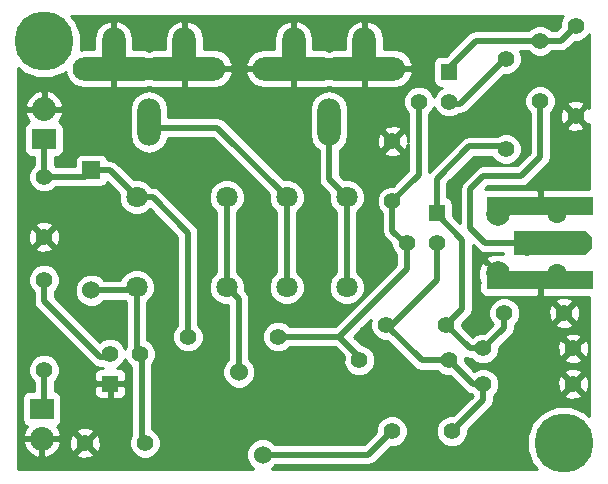
<source format=gbl>
G04 #@! TF.FileFunction,Copper,L2,Bot,Signal*
%FSLAX45Y45*%
G04 Gerber Fmt 4.5, Leading zero omitted, Abs format (unit mm)*
G04 Created by KiCad (PCBNEW (2015-08-03 BZR 6047)-product) date Di 04 Aug 2015 09:04:52 CEST*
%MOMM*%
G01*
G04 APERTURE LIST*
%ADD10C,0.150000*%
%ADD11R,2.032000X1.800000*%
%ADD12O,2.032000X2.032000*%
%ADD13C,5.001260*%
%ADD14C,1.524000*%
%ADD15C,1.397000*%
%ADD16C,1.422400*%
%ADD17C,1.798320*%
%ADD18R,1.524000X1.524000*%
%ADD19O,7.000240X1.998980*%
%ADD20O,1.998980X4.000500*%
%ADD21R,8.999220X1.524000*%
%ADD22R,6.096000X1.998980*%
%ADD23C,1.998980*%
%ADD24C,1.600200*%
%ADD25R,1.397000X1.397000*%
%ADD26C,0.508000*%
%ADD27C,0.254000*%
G04 APERTURE END LIST*
D10*
D11*
X12700000Y-7326884D03*
D12*
X12700000Y-7072884D03*
D11*
X12680950Y-9611106D03*
D12*
X12680950Y-9865106D03*
D13*
X17100042Y-9900158D03*
X12700000Y-6499860D03*
D14*
X14550136Y-9999980D03*
X14349984Y-9299956D03*
D15*
X15369032Y-9199880D03*
X16131032Y-9199880D03*
X14680946Y-8999982D03*
X13918946Y-8999982D03*
X16610000Y-7411000D03*
X16610000Y-6649000D03*
X16419068Y-9100058D03*
X17181068Y-9100058D03*
X16419068Y-9400032D03*
X17181068Y-9400032D03*
X17200118Y-6369050D03*
X17200118Y-7131050D03*
X12700000Y-9280906D03*
X12700000Y-8518906D03*
D16*
X15645892Y-9800082D03*
X16153892Y-9800082D03*
D17*
X15263622Y-7818882D03*
X14755622Y-7818882D03*
X14247622Y-7818882D03*
X15263622Y-8580882D03*
X14755622Y-8580882D03*
X14247622Y-8580882D03*
X13485622Y-7818882D03*
X13485622Y-8580882D03*
D18*
X13100050Y-7592060D03*
D14*
X13100050Y-8608060D03*
D15*
X15596108Y-8899906D03*
X16104108Y-8899906D03*
X15649956Y-7853934D03*
X15649956Y-7345934D03*
X16596106Y-8800084D03*
X17104106Y-8800084D03*
X16899890Y-6496050D03*
X16899890Y-7004050D03*
X12700000Y-8153908D03*
X12700000Y-7645908D03*
X13553948Y-9899904D03*
X13045948Y-9899904D03*
D19*
X15413228Y-6731000D03*
X14812772Y-6731000D03*
D20*
X15113000Y-7181088D03*
X14813026Y-6581140D03*
X15412974Y-6581140D03*
D19*
X13889228Y-6731000D03*
X13288772Y-6731000D03*
D20*
X13589000Y-7181088D03*
X13289026Y-6581140D03*
X13888974Y-6581140D03*
D21*
X16899926Y-7890516D03*
D10*
G36*
X17289181Y-8306949D02*
X17289181Y-8107051D01*
X17339219Y-8166995D01*
X17339219Y-8247005D01*
X17289181Y-8306949D01*
X17289181Y-8306949D01*
G37*
D21*
X16899926Y-8522976D03*
D22*
X16984000Y-8207000D03*
D23*
X16789944Y-8212080D03*
D24*
X17039880Y-8462016D03*
X17039880Y-7961890D03*
D23*
X16540008Y-7961890D03*
X16540008Y-8462016D03*
D25*
X13258800Y-9398000D03*
D15*
X13258800Y-9144000D03*
X13512800Y-9144000D03*
D25*
X16027400Y-7950200D03*
D15*
X16027400Y-8204200D03*
X15773400Y-8204200D03*
D25*
X16129000Y-6756400D03*
D15*
X16129000Y-7010400D03*
X15875000Y-7010400D03*
D26*
X13100050Y-7592060D02*
X13258800Y-7592060D01*
X13258800Y-7592060D02*
X13485622Y-7818882D01*
X12700000Y-7645908D02*
X13046202Y-7645908D01*
X13046202Y-7645908D02*
X13100050Y-7592060D01*
X13485622Y-7818882D02*
X13618718Y-7818882D01*
X13918946Y-8119110D02*
X13918946Y-8999982D01*
X12700000Y-7326884D02*
X12700000Y-7645908D01*
X13618718Y-7818882D02*
X13918946Y-8119110D01*
X16492220Y-7973060D02*
X16500094Y-7980934D01*
X13527024Y-9172956D02*
X13527024Y-9872980D01*
X13527024Y-9872980D02*
X13553948Y-9899904D01*
X13485622Y-8580882D02*
X13485622Y-9131554D01*
X13485622Y-9131554D02*
X13527024Y-9172956D01*
X13100050Y-8608060D02*
X13458444Y-8608060D01*
X13458444Y-8608060D02*
X13485622Y-8580882D01*
X16419068Y-9534906D02*
X16153892Y-9800082D01*
X16419068Y-9400032D02*
X16419068Y-9534906D01*
X16331184Y-9400032D02*
X16131032Y-9199880D01*
X16419068Y-9400032D02*
X16331184Y-9400032D01*
X16131032Y-9199880D02*
X15896082Y-9199880D01*
X15650210Y-8899906D02*
X16026892Y-8523224D01*
X16026892Y-8523224D02*
X16026892Y-8227060D01*
X15596108Y-8899906D02*
X15650210Y-8899906D01*
X15896082Y-9199880D02*
X15596108Y-8899906D01*
X16026892Y-7973060D02*
X16026892Y-7663108D01*
X16300000Y-7390000D02*
X16589000Y-7390000D01*
X16026892Y-7663108D02*
X16300000Y-7390000D01*
X16589000Y-7390000D02*
X16610000Y-7411000D01*
X16026892Y-7973060D02*
X16033060Y-7973060D01*
X16033060Y-7973060D02*
X16240000Y-8180000D01*
X16240000Y-8764014D02*
X16104108Y-8899906D01*
X16240000Y-8180000D02*
X16240000Y-8764014D01*
X16596106Y-8923020D02*
X16419068Y-9100058D01*
X16596106Y-8800084D02*
X16596106Y-8923020D01*
X16304260Y-9100058D02*
X16104108Y-8899906D01*
X16419068Y-9100058D02*
X16304260Y-9100058D01*
X15199868Y-8999982D02*
X14680946Y-8999982D01*
X15772892Y-8227060D02*
X15772892Y-8426958D01*
X15872968Y-7630922D02*
X15649956Y-7853934D01*
X15772892Y-8426958D02*
X15325090Y-8874760D01*
X15325090Y-8874760D02*
X15324836Y-8875014D01*
X15649956Y-7853934D02*
X15649956Y-8104124D01*
X15872968Y-7026910D02*
X15872968Y-7630922D01*
X15649956Y-8104124D02*
X15772892Y-8227060D01*
X15324836Y-8875014D02*
X15275052Y-8924798D01*
X15275052Y-8924798D02*
X15199868Y-8999982D01*
X15369032Y-9169146D02*
X15199868Y-8999982D01*
X15369032Y-9199880D02*
X15369032Y-9169146D01*
X16353790Y-6496050D02*
X16899890Y-6496050D01*
X16126968Y-6722872D02*
X16353790Y-6496050D01*
X17073118Y-6496050D02*
X17200118Y-6369050D01*
X16899890Y-6496050D02*
X17073118Y-6496050D01*
X16126968Y-6772910D02*
X16126968Y-6722872D01*
X16984000Y-8207000D02*
X17314200Y-8207000D01*
X16899890Y-7004050D02*
X16899890Y-7480110D01*
X16437000Y-8207000D02*
X16984000Y-8207000D01*
X16310000Y-8080000D02*
X16437000Y-8207000D01*
X16310000Y-7750000D02*
X16310000Y-8080000D01*
X16420000Y-7640000D02*
X16310000Y-7750000D01*
X16740000Y-7640000D02*
X16420000Y-7640000D01*
X16899890Y-7480110D02*
X16740000Y-7640000D01*
X14550136Y-9999980D02*
X15445994Y-9999980D01*
X15445994Y-9999980D02*
X15645892Y-9800082D01*
X14247622Y-8580882D02*
X14247622Y-7818882D01*
X14349984Y-8683244D02*
X14247622Y-8580882D01*
X14349984Y-9299956D02*
X14349984Y-8683244D01*
X12700000Y-9280906D02*
X12700000Y-9592056D01*
X12700000Y-9592056D02*
X12680950Y-9611106D01*
X12680950Y-9299956D02*
X12700000Y-9280906D01*
X12700000Y-8518906D02*
X12700000Y-8700008D01*
X13172948Y-9172956D02*
X13273024Y-9172956D01*
X12700000Y-8700008D02*
X13172948Y-9172956D01*
X16126968Y-7026910D02*
X16223090Y-7026910D01*
X16223090Y-7026910D02*
X16601000Y-6649000D01*
X16601000Y-6649000D02*
X16610000Y-6649000D01*
X15113000Y-7231126D02*
X15113000Y-7668260D01*
X15113000Y-7668260D02*
X15263622Y-7818882D01*
X15263622Y-7818882D02*
X15263622Y-8580882D01*
X14167866Y-7231126D02*
X14755622Y-7818882D01*
X14755622Y-7818882D02*
X14755622Y-8580882D01*
X13589000Y-7231126D02*
X14167866Y-7231126D01*
D27*
G36*
X17317466Y-7750816D02*
X17275576Y-7750816D01*
X17275576Y-7224469D01*
X17200118Y-7149010D01*
X17182158Y-7166971D01*
X17182158Y-7131050D01*
X17106699Y-7055592D01*
X17083138Y-7061757D01*
X17065525Y-7111798D01*
X17068403Y-7164770D01*
X17083138Y-7200343D01*
X17106699Y-7206508D01*
X17182158Y-7131050D01*
X17182158Y-7166971D01*
X17124660Y-7224469D01*
X17130825Y-7248030D01*
X17180866Y-7265643D01*
X17233838Y-7262765D01*
X17269411Y-7248030D01*
X17275576Y-7224469D01*
X17275576Y-7750816D01*
X16928501Y-7750816D01*
X16912626Y-7766691D01*
X16912626Y-7877816D01*
X16914626Y-7877816D01*
X16914626Y-7886441D01*
X16914485Y-7886483D01*
X16907752Y-7905216D01*
X16887226Y-7905216D01*
X16887226Y-7903216D01*
X16885226Y-7903216D01*
X16885226Y-7877816D01*
X16887226Y-7877816D01*
X16887226Y-7766691D01*
X16871351Y-7750816D01*
X16437334Y-7750816D01*
X16433192Y-7752532D01*
X16456824Y-7728900D01*
X16740000Y-7728900D01*
X16774020Y-7722133D01*
X16774021Y-7722133D01*
X16802862Y-7702862D01*
X16962752Y-7542972D01*
X16982023Y-7514131D01*
X16982023Y-7514130D01*
X16988790Y-7480110D01*
X16988790Y-7103726D01*
X17012873Y-7079685D01*
X17033217Y-7030691D01*
X17033263Y-6977641D01*
X17013005Y-6928612D01*
X16975525Y-6891067D01*
X16926531Y-6870723D01*
X16873481Y-6870677D01*
X16824452Y-6890935D01*
X16786907Y-6928415D01*
X16766563Y-6977409D01*
X16766517Y-7030459D01*
X16786775Y-7079488D01*
X16810990Y-7103745D01*
X16810990Y-7443286D01*
X16703176Y-7551100D01*
X16420000Y-7551100D01*
X16385979Y-7557867D01*
X16357138Y-7577138D01*
X16247138Y-7687138D01*
X16227867Y-7715979D01*
X16221100Y-7750000D01*
X16221100Y-8035376D01*
X16161994Y-7976270D01*
X16161994Y-7880350D01*
X16157296Y-7856138D01*
X16143317Y-7834857D01*
X16122214Y-7820612D01*
X16115792Y-7819324D01*
X16115792Y-7699932D01*
X16336824Y-7478900D01*
X16493771Y-7478900D01*
X16496885Y-7486438D01*
X16534365Y-7523983D01*
X16583359Y-7544327D01*
X16636409Y-7544373D01*
X16685438Y-7524115D01*
X16722983Y-7486635D01*
X16743327Y-7437641D01*
X16743373Y-7384591D01*
X16723115Y-7335562D01*
X16685635Y-7298017D01*
X16636641Y-7277673D01*
X16583591Y-7277627D01*
X16534562Y-7297885D01*
X16531342Y-7301100D01*
X16300000Y-7301100D01*
X16265979Y-7307867D01*
X16237138Y-7327138D01*
X15964030Y-7600246D01*
X15961868Y-7603482D01*
X15961868Y-7112104D01*
X15987983Y-7086035D01*
X16002009Y-7052255D01*
X16015885Y-7085838D01*
X16053365Y-7123383D01*
X16102359Y-7143727D01*
X16155409Y-7143773D01*
X16204438Y-7123515D01*
X16212156Y-7115810D01*
X16223090Y-7115810D01*
X16257110Y-7109043D01*
X16257111Y-7109043D01*
X16285952Y-7089772D01*
X16593388Y-6782335D01*
X16636409Y-6782373D01*
X16685438Y-6762115D01*
X16722983Y-6724635D01*
X16743327Y-6675641D01*
X16743373Y-6622591D01*
X16727820Y-6584950D01*
X16800214Y-6584950D01*
X16824255Y-6609033D01*
X16873249Y-6629377D01*
X16926299Y-6629423D01*
X16975328Y-6609165D01*
X16999585Y-6584950D01*
X17073118Y-6584950D01*
X17107139Y-6578183D01*
X17107139Y-6578183D01*
X17135980Y-6558912D01*
X17192498Y-6502393D01*
X17226527Y-6502423D01*
X17275556Y-6482165D01*
X17313101Y-6444685D01*
X17317466Y-6434172D01*
X17317466Y-7062645D01*
X17317098Y-7061757D01*
X17293537Y-7055592D01*
X17275576Y-7073552D01*
X17275576Y-7037631D01*
X17269411Y-7014070D01*
X17219370Y-6996457D01*
X17166398Y-6999335D01*
X17130825Y-7014070D01*
X17124660Y-7037631D01*
X17200118Y-7113089D01*
X17275576Y-7037631D01*
X17275576Y-7073552D01*
X17218079Y-7131050D01*
X17293537Y-7206508D01*
X17317098Y-7200343D01*
X17317466Y-7199297D01*
X17317466Y-7750816D01*
X17317466Y-7750816D01*
G37*
X17317466Y-7750816D02*
X17275576Y-7750816D01*
X17275576Y-7224469D01*
X17200118Y-7149010D01*
X17182158Y-7166971D01*
X17182158Y-7131050D01*
X17106699Y-7055592D01*
X17083138Y-7061757D01*
X17065525Y-7111798D01*
X17068403Y-7164770D01*
X17083138Y-7200343D01*
X17106699Y-7206508D01*
X17182158Y-7131050D01*
X17182158Y-7166971D01*
X17124660Y-7224469D01*
X17130825Y-7248030D01*
X17180866Y-7265643D01*
X17233838Y-7262765D01*
X17269411Y-7248030D01*
X17275576Y-7224469D01*
X17275576Y-7750816D01*
X16928501Y-7750816D01*
X16912626Y-7766691D01*
X16912626Y-7877816D01*
X16914626Y-7877816D01*
X16914626Y-7886441D01*
X16914485Y-7886483D01*
X16907752Y-7905216D01*
X16887226Y-7905216D01*
X16887226Y-7903216D01*
X16885226Y-7903216D01*
X16885226Y-7877816D01*
X16887226Y-7877816D01*
X16887226Y-7766691D01*
X16871351Y-7750816D01*
X16437334Y-7750816D01*
X16433192Y-7752532D01*
X16456824Y-7728900D01*
X16740000Y-7728900D01*
X16774020Y-7722133D01*
X16774021Y-7722133D01*
X16802862Y-7702862D01*
X16962752Y-7542972D01*
X16982023Y-7514131D01*
X16982023Y-7514130D01*
X16988790Y-7480110D01*
X16988790Y-7103726D01*
X17012873Y-7079685D01*
X17033217Y-7030691D01*
X17033263Y-6977641D01*
X17013005Y-6928612D01*
X16975525Y-6891067D01*
X16926531Y-6870723D01*
X16873481Y-6870677D01*
X16824452Y-6890935D01*
X16786907Y-6928415D01*
X16766563Y-6977409D01*
X16766517Y-7030459D01*
X16786775Y-7079488D01*
X16810990Y-7103745D01*
X16810990Y-7443286D01*
X16703176Y-7551100D01*
X16420000Y-7551100D01*
X16385979Y-7557867D01*
X16357138Y-7577138D01*
X16247138Y-7687138D01*
X16227867Y-7715979D01*
X16221100Y-7750000D01*
X16221100Y-8035376D01*
X16161994Y-7976270D01*
X16161994Y-7880350D01*
X16157296Y-7856138D01*
X16143317Y-7834857D01*
X16122214Y-7820612D01*
X16115792Y-7819324D01*
X16115792Y-7699932D01*
X16336824Y-7478900D01*
X16493771Y-7478900D01*
X16496885Y-7486438D01*
X16534365Y-7523983D01*
X16583359Y-7544327D01*
X16636409Y-7544373D01*
X16685438Y-7524115D01*
X16722983Y-7486635D01*
X16743327Y-7437641D01*
X16743373Y-7384591D01*
X16723115Y-7335562D01*
X16685635Y-7298017D01*
X16636641Y-7277673D01*
X16583591Y-7277627D01*
X16534562Y-7297885D01*
X16531342Y-7301100D01*
X16300000Y-7301100D01*
X16265979Y-7307867D01*
X16237138Y-7327138D01*
X15964030Y-7600246D01*
X15961868Y-7603482D01*
X15961868Y-7112104D01*
X15987983Y-7086035D01*
X16002009Y-7052255D01*
X16015885Y-7085838D01*
X16053365Y-7123383D01*
X16102359Y-7143727D01*
X16155409Y-7143773D01*
X16204438Y-7123515D01*
X16212156Y-7115810D01*
X16223090Y-7115810D01*
X16257110Y-7109043D01*
X16257111Y-7109043D01*
X16285952Y-7089772D01*
X16593388Y-6782335D01*
X16636409Y-6782373D01*
X16685438Y-6762115D01*
X16722983Y-6724635D01*
X16743327Y-6675641D01*
X16743373Y-6622591D01*
X16727820Y-6584950D01*
X16800214Y-6584950D01*
X16824255Y-6609033D01*
X16873249Y-6629377D01*
X16926299Y-6629423D01*
X16975328Y-6609165D01*
X16999585Y-6584950D01*
X17073118Y-6584950D01*
X17107139Y-6578183D01*
X17107139Y-6578183D01*
X17135980Y-6558912D01*
X17192498Y-6502393D01*
X17226527Y-6502423D01*
X17275556Y-6482165D01*
X17313101Y-6444685D01*
X17317466Y-6434172D01*
X17317466Y-7062645D01*
X17317098Y-7061757D01*
X17293537Y-7055592D01*
X17275576Y-7073552D01*
X17275576Y-7037631D01*
X17269411Y-7014070D01*
X17219370Y-6996457D01*
X17166398Y-6999335D01*
X17130825Y-7014070D01*
X17124660Y-7037631D01*
X17200118Y-7113089D01*
X17275576Y-7037631D01*
X17275576Y-7073552D01*
X17218079Y-7131050D01*
X17293537Y-7206508D01*
X17317098Y-7200343D01*
X17317466Y-7199297D01*
X17317466Y-7750816D01*
G36*
X17317466Y-9674129D02*
X17315661Y-9672321D01*
X17315661Y-9419284D01*
X17315661Y-9119310D01*
X17312783Y-9066338D01*
X17298048Y-9030765D01*
X17274487Y-9024600D01*
X17256526Y-9042560D01*
X17256526Y-9006639D01*
X17250361Y-8983078D01*
X17238699Y-8978973D01*
X17238699Y-8819336D01*
X17235821Y-8766364D01*
X17221086Y-8730791D01*
X17197525Y-8724626D01*
X17179564Y-8742586D01*
X17179564Y-8706665D01*
X17173399Y-8683104D01*
X17123358Y-8665491D01*
X17070386Y-8668369D01*
X17034813Y-8683104D01*
X17028648Y-8706665D01*
X17104106Y-8782124D01*
X17179564Y-8706665D01*
X17179564Y-8742586D01*
X17122067Y-8800084D01*
X17197525Y-8875542D01*
X17221086Y-8869377D01*
X17238699Y-8819336D01*
X17238699Y-8978973D01*
X17200320Y-8965465D01*
X17179564Y-8966593D01*
X17179564Y-8893503D01*
X17104106Y-8818045D01*
X17086146Y-8836005D01*
X17086146Y-8800084D01*
X17010687Y-8724626D01*
X16987126Y-8730791D01*
X16969513Y-8780832D01*
X16972391Y-8833804D01*
X16987126Y-8869377D01*
X17010687Y-8875542D01*
X17086146Y-8800084D01*
X17086146Y-8836005D01*
X17028648Y-8893503D01*
X17034813Y-8917064D01*
X17084854Y-8934677D01*
X17137826Y-8931799D01*
X17173399Y-8917064D01*
X17179564Y-8893503D01*
X17179564Y-8966593D01*
X17147348Y-8968343D01*
X17111775Y-8983078D01*
X17105610Y-9006639D01*
X17181068Y-9082098D01*
X17256526Y-9006639D01*
X17256526Y-9042560D01*
X17199029Y-9100058D01*
X17274487Y-9175516D01*
X17298048Y-9169351D01*
X17315661Y-9119310D01*
X17315661Y-9419284D01*
X17312783Y-9366312D01*
X17298048Y-9330739D01*
X17274487Y-9324574D01*
X17256526Y-9342534D01*
X17256526Y-9306613D01*
X17256526Y-9193477D01*
X17181068Y-9118019D01*
X17163108Y-9135979D01*
X17163108Y-9100058D01*
X17087649Y-9024600D01*
X17064088Y-9030765D01*
X17046475Y-9080806D01*
X17049353Y-9133778D01*
X17064088Y-9169351D01*
X17087649Y-9175516D01*
X17163108Y-9100058D01*
X17163108Y-9135979D01*
X17105610Y-9193477D01*
X17111775Y-9217038D01*
X17161816Y-9234651D01*
X17214788Y-9231773D01*
X17250361Y-9217038D01*
X17256526Y-9193477D01*
X17256526Y-9306613D01*
X17250361Y-9283052D01*
X17200320Y-9265439D01*
X17147348Y-9268317D01*
X17111775Y-9283052D01*
X17105610Y-9306613D01*
X17181068Y-9382072D01*
X17256526Y-9306613D01*
X17256526Y-9342534D01*
X17199029Y-9400032D01*
X17274487Y-9475490D01*
X17298048Y-9469325D01*
X17315661Y-9419284D01*
X17315661Y-9672321D01*
X17277893Y-9634487D01*
X17256526Y-9625615D01*
X17256526Y-9493451D01*
X17181068Y-9417993D01*
X17163108Y-9435953D01*
X17163108Y-9400032D01*
X17087649Y-9324574D01*
X17064088Y-9330739D01*
X17046475Y-9380780D01*
X17049353Y-9433752D01*
X17064088Y-9469325D01*
X17087649Y-9475490D01*
X17163108Y-9400032D01*
X17163108Y-9435953D01*
X17105610Y-9493451D01*
X17111775Y-9517012D01*
X17161816Y-9534625D01*
X17214788Y-9531747D01*
X17250361Y-9517012D01*
X17256526Y-9493451D01*
X17256526Y-9625615D01*
X17162687Y-9586650D01*
X17037944Y-9586541D01*
X16922655Y-9634177D01*
X16834371Y-9722307D01*
X16786534Y-9837513D01*
X16786425Y-9962256D01*
X16834061Y-10077545D01*
X16873775Y-10117328D01*
X14630321Y-10117328D01*
X14658819Y-10088880D01*
X15445994Y-10088880D01*
X15480014Y-10082113D01*
X15480015Y-10082113D01*
X15508856Y-10062842D01*
X15637003Y-9934694D01*
X15672552Y-9934725D01*
X15722048Y-9914274D01*
X15759951Y-9876438D01*
X15780489Y-9826977D01*
X15780535Y-9773422D01*
X15760084Y-9723926D01*
X15722248Y-9686023D01*
X15672787Y-9665485D01*
X15619232Y-9665439D01*
X15569735Y-9685890D01*
X15531833Y-9723726D01*
X15511295Y-9773187D01*
X15511264Y-9808986D01*
X15409170Y-9911080D01*
X14658784Y-9911080D01*
X14629373Y-9881617D01*
X14578046Y-9860304D01*
X14522470Y-9860256D01*
X14489708Y-9873793D01*
X14489708Y-9272290D01*
X14468485Y-9220926D01*
X14438884Y-9191273D01*
X14438884Y-8683244D01*
X14432117Y-8649223D01*
X14412846Y-8620382D01*
X14401014Y-8608550D01*
X14401065Y-8550500D01*
X14377758Y-8494092D01*
X14336522Y-8452785D01*
X14336522Y-7946911D01*
X14377606Y-7905899D01*
X14401011Y-7849532D01*
X14401065Y-7788500D01*
X14377758Y-7732092D01*
X14334639Y-7688898D01*
X14278272Y-7665493D01*
X14217240Y-7665439D01*
X14160832Y-7688746D01*
X14117638Y-7731865D01*
X14094233Y-7788232D01*
X14094179Y-7849264D01*
X14117486Y-7905672D01*
X14158722Y-7946979D01*
X14158722Y-8452853D01*
X14117638Y-8493865D01*
X14094233Y-8550232D01*
X14094179Y-8611264D01*
X14117486Y-8667672D01*
X14160605Y-8710866D01*
X14216972Y-8734271D01*
X14261084Y-8734310D01*
X14261084Y-9191307D01*
X14231621Y-9220719D01*
X14210308Y-9272046D01*
X14210260Y-9327622D01*
X14231483Y-9378986D01*
X14270747Y-9418319D01*
X14322074Y-9439632D01*
X14377650Y-9439680D01*
X14429014Y-9418457D01*
X14468347Y-9379193D01*
X14489660Y-9327866D01*
X14489708Y-9272290D01*
X14489708Y-9873793D01*
X14471106Y-9881479D01*
X14431773Y-9920743D01*
X14410460Y-9972070D01*
X14410412Y-10027646D01*
X14431635Y-10079010D01*
X14469886Y-10117328D01*
X14052319Y-10117328D01*
X14052319Y-8973573D01*
X14032061Y-8924544D01*
X14007846Y-8900287D01*
X14007846Y-8119110D01*
X14001079Y-8085089D01*
X14001079Y-8085089D01*
X13981808Y-8056248D01*
X13681580Y-7756020D01*
X13652739Y-7736749D01*
X13618718Y-7729982D01*
X13613651Y-7729982D01*
X13572639Y-7688898D01*
X13516272Y-7665493D01*
X13457905Y-7665442D01*
X13321662Y-7529198D01*
X13292821Y-7509927D01*
X13258800Y-7503160D01*
X13238530Y-7503160D01*
X13236296Y-7491648D01*
X13222317Y-7470367D01*
X13201214Y-7456122D01*
X13176250Y-7451116D01*
X13023850Y-7451116D01*
X12999638Y-7455814D01*
X12978357Y-7469793D01*
X12964112Y-7490896D01*
X12959106Y-7515860D01*
X12959106Y-7557008D01*
X12799676Y-7557008D01*
X12788900Y-7546213D01*
X12788900Y-7481628D01*
X12801600Y-7481628D01*
X12825812Y-7476930D01*
X12847093Y-7462951D01*
X12861338Y-7441848D01*
X12866344Y-7416884D01*
X12866344Y-7236884D01*
X12861646Y-7212672D01*
X12847667Y-7191391D01*
X12826564Y-7177146D01*
X12825863Y-7177006D01*
X12833719Y-7169722D01*
X12860598Y-7111179D01*
X12860598Y-7034589D01*
X12833719Y-6976046D01*
X12786482Y-6932245D01*
X12738294Y-6912286D01*
X12712700Y-6924200D01*
X12712700Y-7060184D01*
X12848737Y-7060184D01*
X12860598Y-7034589D01*
X12860598Y-7111179D01*
X12848737Y-7085584D01*
X12712700Y-7085584D01*
X12712700Y-7087584D01*
X12687300Y-7087584D01*
X12687300Y-7085584D01*
X12687300Y-7060184D01*
X12687300Y-6924200D01*
X12661706Y-6912286D01*
X12613518Y-6932245D01*
X12566281Y-6976046D01*
X12539402Y-7034589D01*
X12551263Y-7060184D01*
X12687300Y-7060184D01*
X12687300Y-7085584D01*
X12551263Y-7085584D01*
X12539402Y-7111179D01*
X12566281Y-7169722D01*
X12574052Y-7176927D01*
X12552907Y-7190817D01*
X12538662Y-7211920D01*
X12533656Y-7236884D01*
X12533656Y-7416884D01*
X12538354Y-7441096D01*
X12552333Y-7462377D01*
X12573436Y-7476622D01*
X12598400Y-7481628D01*
X12611100Y-7481628D01*
X12611100Y-7546232D01*
X12587017Y-7570273D01*
X12566673Y-7619267D01*
X12566627Y-7672317D01*
X12586885Y-7721346D01*
X12624365Y-7758891D01*
X12673359Y-7779235D01*
X12726409Y-7779281D01*
X12775438Y-7759023D01*
X12799695Y-7734808D01*
X13046202Y-7734808D01*
X13055271Y-7733004D01*
X13176250Y-7733004D01*
X13200462Y-7728306D01*
X13221743Y-7714327D01*
X13235283Y-7694267D01*
X13332230Y-7791214D01*
X13332179Y-7849264D01*
X13355486Y-7905672D01*
X13398605Y-7948866D01*
X13454972Y-7972271D01*
X13516004Y-7972325D01*
X13572412Y-7949018D01*
X13597793Y-7923680D01*
X13830046Y-8155934D01*
X13830046Y-8900306D01*
X13805963Y-8924347D01*
X13785619Y-8973341D01*
X13785573Y-9026391D01*
X13805831Y-9075420D01*
X13843311Y-9112965D01*
X13892305Y-9133309D01*
X13945355Y-9133355D01*
X13994384Y-9113097D01*
X14031929Y-9075617D01*
X14052273Y-9026623D01*
X14052319Y-8973573D01*
X14052319Y-10117328D01*
X13687321Y-10117328D01*
X13687321Y-9873495D01*
X13667063Y-9824466D01*
X13629583Y-9786921D01*
X13615924Y-9781249D01*
X13615924Y-9229477D01*
X13625783Y-9219635D01*
X13646127Y-9170641D01*
X13646173Y-9117591D01*
X13625915Y-9068562D01*
X13588435Y-9031017D01*
X13574522Y-9025240D01*
X13574522Y-8708911D01*
X13615606Y-8667899D01*
X13639011Y-8611532D01*
X13639065Y-8550500D01*
X13615758Y-8494092D01*
X13572639Y-8450898D01*
X13516272Y-8427493D01*
X13455240Y-8427439D01*
X13398832Y-8450746D01*
X13355638Y-8493865D01*
X13345135Y-8519160D01*
X13208698Y-8519160D01*
X13179287Y-8489697D01*
X13127960Y-8468384D01*
X13072384Y-8468336D01*
X13021020Y-8489559D01*
X12981687Y-8528823D01*
X12960374Y-8580150D01*
X12960326Y-8635726D01*
X12981549Y-8687090D01*
X13020813Y-8726423D01*
X13072140Y-8747736D01*
X13127716Y-8747784D01*
X13179080Y-8726561D01*
X13208733Y-8696960D01*
X13384724Y-8696960D01*
X13396722Y-8708979D01*
X13396722Y-9075819D01*
X13385791Y-9102145D01*
X13371915Y-9068562D01*
X13334435Y-9031017D01*
X13285441Y-9010673D01*
X13232391Y-9010627D01*
X13183362Y-9030885D01*
X13169970Y-9044254D01*
X12834593Y-8708877D01*
X12834593Y-8173160D01*
X12831715Y-8120188D01*
X12816980Y-8084615D01*
X12793419Y-8078450D01*
X12775458Y-8096410D01*
X12775458Y-8060489D01*
X12769293Y-8036928D01*
X12719252Y-8019315D01*
X12666280Y-8022193D01*
X12630707Y-8036928D01*
X12624542Y-8060489D01*
X12700000Y-8135947D01*
X12775458Y-8060489D01*
X12775458Y-8096410D01*
X12717960Y-8153908D01*
X12793419Y-8229366D01*
X12816980Y-8223201D01*
X12834593Y-8173160D01*
X12834593Y-8708877D01*
X12788900Y-8663184D01*
X12788900Y-8618582D01*
X12812983Y-8594541D01*
X12833327Y-8545547D01*
X12833373Y-8492497D01*
X12813115Y-8443468D01*
X12775635Y-8405923D01*
X12775458Y-8405850D01*
X12775458Y-8247327D01*
X12700000Y-8171868D01*
X12682039Y-8189829D01*
X12682039Y-8153908D01*
X12606581Y-8078450D01*
X12583020Y-8084615D01*
X12565407Y-8134656D01*
X12568285Y-8187628D01*
X12583020Y-8223201D01*
X12606581Y-8229366D01*
X12682039Y-8153908D01*
X12682039Y-8189829D01*
X12624542Y-8247327D01*
X12630707Y-8270888D01*
X12680748Y-8288501D01*
X12733720Y-8285623D01*
X12769293Y-8270888D01*
X12775458Y-8247327D01*
X12775458Y-8405850D01*
X12726641Y-8385579D01*
X12673591Y-8385533D01*
X12624562Y-8405791D01*
X12587017Y-8443271D01*
X12566673Y-8492265D01*
X12566627Y-8545315D01*
X12586885Y-8594344D01*
X12611100Y-8618601D01*
X12611100Y-8700008D01*
X12617867Y-8734029D01*
X12637138Y-8762870D01*
X13110086Y-9235818D01*
X13138927Y-9255089D01*
X13138927Y-9255089D01*
X13172948Y-9261856D01*
X13194901Y-9261856D01*
X13201629Y-9264650D01*
X13176319Y-9264650D01*
X13152980Y-9274317D01*
X13135117Y-9292180D01*
X13125450Y-9315519D01*
X13125450Y-9340781D01*
X13125450Y-9369425D01*
X13141325Y-9385300D01*
X13246100Y-9385300D01*
X13246100Y-9383300D01*
X13271500Y-9383300D01*
X13271500Y-9385300D01*
X13376275Y-9385300D01*
X13392150Y-9369425D01*
X13392150Y-9340781D01*
X13392150Y-9315519D01*
X13382483Y-9292180D01*
X13364620Y-9274317D01*
X13341281Y-9264650D01*
X13316001Y-9264650D01*
X13334238Y-9257115D01*
X13371783Y-9219635D01*
X13385809Y-9185855D01*
X13399685Y-9219438D01*
X13437165Y-9256983D01*
X13438124Y-9257381D01*
X13438124Y-9831111D01*
X13420621Y-9873263D01*
X13420575Y-9926313D01*
X13440833Y-9975342D01*
X13478313Y-10012887D01*
X13527307Y-10033231D01*
X13580357Y-10033277D01*
X13629386Y-10013019D01*
X13666931Y-9975539D01*
X13687275Y-9926545D01*
X13687321Y-9873495D01*
X13687321Y-10117328D01*
X13392150Y-10117328D01*
X13392150Y-9480481D01*
X13392150Y-9455219D01*
X13392150Y-9426575D01*
X13376275Y-9410700D01*
X13271500Y-9410700D01*
X13271500Y-9515475D01*
X13287375Y-9531350D01*
X13341281Y-9531350D01*
X13364620Y-9521683D01*
X13382483Y-9503820D01*
X13392150Y-9480481D01*
X13392150Y-10117328D01*
X13246100Y-10117328D01*
X13246100Y-9515475D01*
X13246100Y-9410700D01*
X13141325Y-9410700D01*
X13125450Y-9426575D01*
X13125450Y-9455219D01*
X13125450Y-9480481D01*
X13135117Y-9503820D01*
X13152980Y-9521683D01*
X13176319Y-9531350D01*
X13230225Y-9531350D01*
X13246100Y-9515475D01*
X13246100Y-10117328D01*
X13180541Y-10117328D01*
X13180541Y-9919156D01*
X13177663Y-9866184D01*
X13162928Y-9830611D01*
X13139367Y-9824446D01*
X13121406Y-9842406D01*
X13121406Y-9806485D01*
X13115241Y-9782924D01*
X13065200Y-9765311D01*
X13012228Y-9768189D01*
X12976655Y-9782924D01*
X12970490Y-9806485D01*
X13045948Y-9881944D01*
X13121406Y-9806485D01*
X13121406Y-9842406D01*
X13063908Y-9899904D01*
X13139367Y-9975362D01*
X13162928Y-9969197D01*
X13180541Y-9919156D01*
X13180541Y-10117328D01*
X13121406Y-10117328D01*
X13121406Y-9993323D01*
X13045948Y-9917865D01*
X13027987Y-9935825D01*
X13027987Y-9899904D01*
X12952529Y-9824446D01*
X12928968Y-9830611D01*
X12911355Y-9880652D01*
X12914233Y-9933624D01*
X12928968Y-9969197D01*
X12952529Y-9975362D01*
X13027987Y-9899904D01*
X13027987Y-9935825D01*
X12970490Y-9993323D01*
X12976655Y-10016884D01*
X13026696Y-10034497D01*
X13079668Y-10031619D01*
X13115241Y-10016884D01*
X13121406Y-9993323D01*
X13121406Y-10117328D01*
X12847294Y-10117328D01*
X12847294Y-9701106D01*
X12847294Y-9521106D01*
X12842596Y-9496894D01*
X12828617Y-9475613D01*
X12807514Y-9461368D01*
X12788900Y-9457635D01*
X12788900Y-9380582D01*
X12812983Y-9356541D01*
X12833327Y-9307547D01*
X12833373Y-9254497D01*
X12813115Y-9205468D01*
X12775635Y-9167923D01*
X12726641Y-9147579D01*
X12673591Y-9147533D01*
X12624562Y-9167791D01*
X12587017Y-9205271D01*
X12566673Y-9254265D01*
X12566627Y-9307315D01*
X12586885Y-9356344D01*
X12611100Y-9380601D01*
X12611100Y-9456362D01*
X12579350Y-9456362D01*
X12555138Y-9461060D01*
X12533857Y-9475039D01*
X12519612Y-9496142D01*
X12514606Y-9521106D01*
X12514606Y-9701106D01*
X12519304Y-9725318D01*
X12533283Y-9746599D01*
X12554386Y-9760844D01*
X12555086Y-9760984D01*
X12547231Y-9768268D01*
X12520352Y-9826811D01*
X12532213Y-9852406D01*
X12668250Y-9852406D01*
X12668250Y-9850406D01*
X12693650Y-9850406D01*
X12693650Y-9852406D01*
X12829687Y-9852406D01*
X12841548Y-9826811D01*
X12814669Y-9768268D01*
X12806898Y-9761063D01*
X12828043Y-9747173D01*
X12842288Y-9726070D01*
X12847294Y-9701106D01*
X12847294Y-10117328D01*
X12841548Y-10117328D01*
X12841548Y-9903401D01*
X12829687Y-9877806D01*
X12693650Y-9877806D01*
X12693650Y-10013790D01*
X12719244Y-10025704D01*
X12767432Y-10005745D01*
X12814669Y-9961944D01*
X12841548Y-9903401D01*
X12841548Y-10117328D01*
X12668250Y-10117328D01*
X12668250Y-10013790D01*
X12668250Y-9877806D01*
X12532213Y-9877806D01*
X12520352Y-9903401D01*
X12547231Y-9961944D01*
X12594468Y-10005745D01*
X12642656Y-10025704D01*
X12668250Y-10013790D01*
X12668250Y-10117328D01*
X12482576Y-10117328D01*
X12482576Y-6725889D01*
X12522149Y-6765531D01*
X12637355Y-6813368D01*
X12762098Y-6813477D01*
X12877387Y-6765841D01*
X12884683Y-6758557D01*
X12879747Y-6769035D01*
X12882842Y-6781816D01*
X12914153Y-6837596D01*
X12964426Y-6877147D01*
X13026009Y-6894449D01*
X13276072Y-6894449D01*
X13276072Y-6828362D01*
X13276326Y-6828242D01*
X13276326Y-6593840D01*
X13276072Y-6593840D01*
X13276072Y-6568440D01*
X13276326Y-6568440D01*
X13276326Y-6334037D01*
X13250991Y-6322102D01*
X13238210Y-6325197D01*
X13182430Y-6356508D01*
X13142879Y-6406781D01*
X13125577Y-6468364D01*
X13125577Y-6567551D01*
X13026009Y-6567551D01*
X13009486Y-6572193D01*
X13013508Y-6562505D01*
X13013617Y-6437762D01*
X12965981Y-6322473D01*
X12926014Y-6282436D01*
X17098133Y-6282436D01*
X17087135Y-6293415D01*
X17066791Y-6342409D01*
X17066761Y-6376683D01*
X17036294Y-6407150D01*
X16999566Y-6407150D01*
X16975525Y-6383067D01*
X16926531Y-6362723D01*
X16873481Y-6362677D01*
X16824452Y-6382935D01*
X16800195Y-6407150D01*
X16353790Y-6407150D01*
X16319769Y-6413917D01*
X16290928Y-6433188D01*
X16102310Y-6621806D01*
X16059150Y-6621806D01*
X16034938Y-6626504D01*
X16013657Y-6640483D01*
X15999412Y-6661586D01*
X15994406Y-6686550D01*
X15994406Y-6826250D01*
X15999104Y-6850462D01*
X16013083Y-6871743D01*
X16034186Y-6885988D01*
X16059150Y-6890994D01*
X16068788Y-6890994D01*
X16053562Y-6897285D01*
X16016017Y-6934765D01*
X16001991Y-6968545D01*
X15988115Y-6934962D01*
X15950635Y-6897417D01*
X15901641Y-6877073D01*
X15848591Y-6877027D01*
X15822253Y-6887910D01*
X15822253Y-6769035D01*
X15810317Y-6743700D01*
X15562436Y-6743700D01*
X15569572Y-6718300D01*
X15810317Y-6718300D01*
X15822253Y-6692965D01*
X15819158Y-6680184D01*
X15787847Y-6624404D01*
X15737573Y-6584853D01*
X15675991Y-6567551D01*
X15576423Y-6567551D01*
X15576423Y-6468364D01*
X15559121Y-6406781D01*
X15519570Y-6356508D01*
X15463790Y-6325197D01*
X15451009Y-6322102D01*
X15425674Y-6334037D01*
X15425674Y-6568440D01*
X15425928Y-6568440D01*
X15425928Y-6593840D01*
X15425674Y-6593840D01*
X15425674Y-6828242D01*
X15425928Y-6828362D01*
X15425928Y-6894449D01*
X15675991Y-6894449D01*
X15737573Y-6877147D01*
X15787847Y-6837596D01*
X15819158Y-6781816D01*
X15822253Y-6769035D01*
X15822253Y-6887910D01*
X15799562Y-6897285D01*
X15762017Y-6934765D01*
X15741673Y-6983759D01*
X15741627Y-7036809D01*
X15761885Y-7085838D01*
X15784068Y-7108059D01*
X15784068Y-7356338D01*
X15781671Y-7312214D01*
X15766936Y-7276641D01*
X15743375Y-7270476D01*
X15725414Y-7288436D01*
X15725414Y-7252515D01*
X15719249Y-7228954D01*
X15669208Y-7211341D01*
X15616236Y-7214219D01*
X15580663Y-7228954D01*
X15574498Y-7252515D01*
X15649956Y-7327973D01*
X15725414Y-7252515D01*
X15725414Y-7288436D01*
X15667916Y-7345934D01*
X15743375Y-7421392D01*
X15766936Y-7415227D01*
X15784068Y-7366552D01*
X15784068Y-7594098D01*
X15725414Y-7652752D01*
X15725414Y-7439353D01*
X15649956Y-7363894D01*
X15631995Y-7381855D01*
X15631995Y-7345934D01*
X15556537Y-7270476D01*
X15532976Y-7276641D01*
X15515363Y-7326682D01*
X15518241Y-7379654D01*
X15532976Y-7415227D01*
X15556537Y-7421392D01*
X15631995Y-7345934D01*
X15631995Y-7381855D01*
X15574498Y-7439353D01*
X15580663Y-7462914D01*
X15630704Y-7480527D01*
X15683676Y-7477649D01*
X15719249Y-7462914D01*
X15725414Y-7439353D01*
X15725414Y-7652752D01*
X15657576Y-7720590D01*
X15623547Y-7720561D01*
X15574518Y-7740819D01*
X15536973Y-7778299D01*
X15516629Y-7827293D01*
X15516583Y-7880343D01*
X15536841Y-7929372D01*
X15561056Y-7953629D01*
X15561056Y-8104124D01*
X15567823Y-8138145D01*
X15587094Y-8166986D01*
X15640036Y-8219928D01*
X15640027Y-8230609D01*
X15660285Y-8279638D01*
X15683992Y-8303386D01*
X15683992Y-8390134D01*
X15417065Y-8657062D01*
X15417065Y-8550500D01*
X15393758Y-8494092D01*
X15352522Y-8452785D01*
X15352522Y-7946911D01*
X15393606Y-7905899D01*
X15417011Y-7849532D01*
X15417065Y-7788500D01*
X15400528Y-7748478D01*
X15400528Y-6894449D01*
X15400528Y-6743700D01*
X15400274Y-6743700D01*
X15400274Y-6718300D01*
X15400528Y-6718300D01*
X15400528Y-6567551D01*
X15400274Y-6567551D01*
X15400274Y-6334037D01*
X15374939Y-6322102D01*
X15362158Y-6325197D01*
X15306378Y-6356508D01*
X15266827Y-6406781D01*
X15249525Y-6468364D01*
X15249525Y-6567551D01*
X15150465Y-6567551D01*
X15113000Y-6578077D01*
X15075535Y-6567551D01*
X14976475Y-6567551D01*
X14976475Y-6468364D01*
X14959173Y-6406781D01*
X14919622Y-6356508D01*
X14863842Y-6325197D01*
X14851061Y-6322102D01*
X14825726Y-6334037D01*
X14825726Y-6567551D01*
X14825472Y-6567551D01*
X14825472Y-6718300D01*
X14825726Y-6718300D01*
X14825726Y-6743700D01*
X14825472Y-6743700D01*
X14825472Y-6894449D01*
X15075535Y-6894449D01*
X15113000Y-6883923D01*
X15150465Y-6894449D01*
X15400528Y-6894449D01*
X15400528Y-7748478D01*
X15393758Y-7732092D01*
X15350639Y-7688898D01*
X15294272Y-7665493D01*
X15235905Y-7665442D01*
X15201900Y-7631436D01*
X15201900Y-7419727D01*
X15228576Y-7401903D01*
X15264007Y-7348876D01*
X15276449Y-7286327D01*
X15276449Y-7075849D01*
X15264007Y-7013300D01*
X15228576Y-6960273D01*
X15175549Y-6924842D01*
X15113000Y-6912400D01*
X15050451Y-6924842D01*
X14997424Y-6960273D01*
X14961993Y-7013300D01*
X14949551Y-7075849D01*
X14949551Y-7286327D01*
X14961993Y-7348876D01*
X14997424Y-7401903D01*
X15024100Y-7419727D01*
X15024100Y-7668260D01*
X15030867Y-7702281D01*
X15050138Y-7731122D01*
X15110230Y-7791214D01*
X15110179Y-7849264D01*
X15133486Y-7905672D01*
X15174722Y-7946979D01*
X15174722Y-8452853D01*
X15133638Y-8493865D01*
X15110233Y-8550232D01*
X15110179Y-8611264D01*
X15133486Y-8667672D01*
X15176605Y-8710866D01*
X15232972Y-8734271D01*
X15294004Y-8734325D01*
X15350412Y-8711018D01*
X15393606Y-8667899D01*
X15417011Y-8611532D01*
X15417065Y-8550500D01*
X15417065Y-8657062D01*
X15262228Y-8811898D01*
X15261974Y-8812152D01*
X15212190Y-8861936D01*
X15163044Y-8911082D01*
X14909065Y-8911082D01*
X14909065Y-8550500D01*
X14885758Y-8494092D01*
X14844522Y-8452785D01*
X14844522Y-7946911D01*
X14885606Y-7905899D01*
X14909011Y-7849532D01*
X14909065Y-7788500D01*
X14885758Y-7732092D01*
X14842639Y-7688898D01*
X14800326Y-7671328D01*
X14800326Y-6828242D01*
X14800326Y-6593840D01*
X14800072Y-6593840D01*
X14800072Y-6568440D01*
X14800326Y-6568440D01*
X14800326Y-6334037D01*
X14774991Y-6322102D01*
X14762210Y-6325197D01*
X14706430Y-6356508D01*
X14666879Y-6406781D01*
X14649577Y-6468364D01*
X14649577Y-6567551D01*
X14550009Y-6567551D01*
X14488426Y-6584853D01*
X14438153Y-6624404D01*
X14406842Y-6680184D01*
X14403747Y-6692965D01*
X14415682Y-6718300D01*
X14656428Y-6718300D01*
X14663564Y-6743700D01*
X14415682Y-6743700D01*
X14403747Y-6769035D01*
X14406842Y-6781816D01*
X14438153Y-6837596D01*
X14488426Y-6877147D01*
X14550009Y-6894449D01*
X14800072Y-6894449D01*
X14800072Y-6828362D01*
X14800326Y-6828242D01*
X14800326Y-7671328D01*
X14786272Y-7665493D01*
X14727905Y-7665442D01*
X14298253Y-7235789D01*
X14298253Y-6769035D01*
X14286317Y-6743700D01*
X14038436Y-6743700D01*
X14045572Y-6718300D01*
X14286317Y-6718300D01*
X14298253Y-6692965D01*
X14295158Y-6680184D01*
X14263847Y-6624404D01*
X14213573Y-6584853D01*
X14151991Y-6567551D01*
X14052423Y-6567551D01*
X14052423Y-6468364D01*
X14035121Y-6406781D01*
X13995570Y-6356508D01*
X13939790Y-6325197D01*
X13927009Y-6322102D01*
X13901674Y-6334037D01*
X13901674Y-6568440D01*
X13901928Y-6568440D01*
X13901928Y-6593840D01*
X13901674Y-6593840D01*
X13901674Y-6828242D01*
X13901928Y-6828362D01*
X13901928Y-6894449D01*
X14151991Y-6894449D01*
X14213573Y-6877147D01*
X14263847Y-6837596D01*
X14295158Y-6781816D01*
X14298253Y-6769035D01*
X14298253Y-7235789D01*
X14230728Y-7168264D01*
X14201887Y-7148993D01*
X14167866Y-7142226D01*
X13876528Y-7142226D01*
X13876528Y-6894449D01*
X13876528Y-6743700D01*
X13876274Y-6743700D01*
X13876274Y-6718300D01*
X13876528Y-6718300D01*
X13876528Y-6567551D01*
X13876274Y-6567551D01*
X13876274Y-6334037D01*
X13850939Y-6322102D01*
X13838158Y-6325197D01*
X13782378Y-6356508D01*
X13742827Y-6406781D01*
X13725525Y-6468364D01*
X13725525Y-6567551D01*
X13626465Y-6567551D01*
X13589000Y-6578077D01*
X13551535Y-6567551D01*
X13452475Y-6567551D01*
X13452475Y-6468364D01*
X13435173Y-6406781D01*
X13395622Y-6356508D01*
X13339842Y-6325197D01*
X13327061Y-6322102D01*
X13301726Y-6334037D01*
X13301726Y-6567551D01*
X13301472Y-6567551D01*
X13301472Y-6718300D01*
X13301726Y-6718300D01*
X13301726Y-6743700D01*
X13301472Y-6743700D01*
X13301472Y-6894449D01*
X13551535Y-6894449D01*
X13589000Y-6883923D01*
X13626465Y-6894449D01*
X13876528Y-6894449D01*
X13876528Y-7142226D01*
X13752449Y-7142226D01*
X13752449Y-7075849D01*
X13740007Y-7013300D01*
X13704576Y-6960273D01*
X13651549Y-6924842D01*
X13589000Y-6912400D01*
X13526451Y-6924842D01*
X13473424Y-6960273D01*
X13437993Y-7013300D01*
X13425551Y-7075849D01*
X13425551Y-7286327D01*
X13437993Y-7348876D01*
X13473424Y-7401903D01*
X13526451Y-7437334D01*
X13589000Y-7449776D01*
X13651549Y-7437334D01*
X13704576Y-7401903D01*
X13740007Y-7348876D01*
X13745746Y-7320026D01*
X14131042Y-7320026D01*
X14602230Y-7791214D01*
X14602179Y-7849264D01*
X14625486Y-7905672D01*
X14666722Y-7946979D01*
X14666722Y-8452853D01*
X14625638Y-8493865D01*
X14602233Y-8550232D01*
X14602179Y-8611264D01*
X14625486Y-8667672D01*
X14668605Y-8710866D01*
X14724972Y-8734271D01*
X14786004Y-8734325D01*
X14842412Y-8711018D01*
X14885606Y-8667899D01*
X14909011Y-8611532D01*
X14909065Y-8550500D01*
X14909065Y-8911082D01*
X14780622Y-8911082D01*
X14756581Y-8886999D01*
X14707587Y-8866655D01*
X14654537Y-8866609D01*
X14605508Y-8886867D01*
X14567963Y-8924347D01*
X14547619Y-8973341D01*
X14547573Y-9026391D01*
X14567831Y-9075420D01*
X14605311Y-9112965D01*
X14654305Y-9133309D01*
X14707355Y-9133355D01*
X14756384Y-9113097D01*
X14780641Y-9088882D01*
X15163044Y-9088882D01*
X15239137Y-9164974D01*
X15235705Y-9173239D01*
X15235659Y-9226289D01*
X15255917Y-9275318D01*
X15293397Y-9312863D01*
X15342391Y-9333207D01*
X15395441Y-9333253D01*
X15444470Y-9312995D01*
X15482015Y-9275515D01*
X15502359Y-9226521D01*
X15502405Y-9173471D01*
X15482147Y-9124442D01*
X15444667Y-9086897D01*
X15395673Y-9066553D01*
X15392160Y-9066550D01*
X15325592Y-8999982D01*
X15337914Y-8987660D01*
X15387698Y-8937876D01*
X15387952Y-8937622D01*
X15470217Y-8855356D01*
X15462781Y-8873265D01*
X15462735Y-8926315D01*
X15482993Y-8975344D01*
X15520473Y-9012889D01*
X15569467Y-9033233D01*
X15603741Y-9033263D01*
X15833220Y-9262742D01*
X15862061Y-9282013D01*
X15862061Y-9282013D01*
X15896082Y-9288780D01*
X16031356Y-9288780D01*
X16055397Y-9312863D01*
X16104391Y-9333207D01*
X16138665Y-9333237D01*
X16268322Y-9462894D01*
X16297163Y-9482165D01*
X16297163Y-9482165D01*
X16316470Y-9486005D01*
X16329346Y-9498904D01*
X16162781Y-9665470D01*
X16127232Y-9665439D01*
X16077735Y-9685890D01*
X16039833Y-9723726D01*
X16019295Y-9773187D01*
X16019249Y-9826742D01*
X16039700Y-9876239D01*
X16077536Y-9914141D01*
X16126997Y-9934679D01*
X16180552Y-9934725D01*
X16230048Y-9914274D01*
X16267951Y-9876438D01*
X16288489Y-9826977D01*
X16288520Y-9791178D01*
X16481930Y-9597768D01*
X16501201Y-9568927D01*
X16501201Y-9568927D01*
X16507968Y-9534906D01*
X16507968Y-9499708D01*
X16532051Y-9475667D01*
X16552395Y-9426673D01*
X16552441Y-9373623D01*
X16532183Y-9324594D01*
X16494703Y-9287049D01*
X16445709Y-9266705D01*
X16392659Y-9266659D01*
X16343745Y-9286870D01*
X16264375Y-9207500D01*
X16264401Y-9178290D01*
X16270239Y-9182191D01*
X16270239Y-9182191D01*
X16304260Y-9188958D01*
X16319392Y-9188958D01*
X16343433Y-9213041D01*
X16392427Y-9233385D01*
X16445477Y-9233431D01*
X16494506Y-9213173D01*
X16532051Y-9175693D01*
X16552395Y-9126699D01*
X16552425Y-9092425D01*
X16658968Y-8985882D01*
X16678239Y-8957041D01*
X16685006Y-8923020D01*
X16685006Y-8899760D01*
X16709089Y-8875719D01*
X16729433Y-8826725D01*
X16729479Y-8773675D01*
X16709221Y-8724646D01*
X16671741Y-8687101D01*
X16622747Y-8666757D01*
X16569697Y-8666711D01*
X16520668Y-8686969D01*
X16483123Y-8724449D01*
X16462779Y-8773443D01*
X16462733Y-8826493D01*
X16482991Y-8875522D01*
X16500421Y-8892982D01*
X16426688Y-8966715D01*
X16392659Y-8966685D01*
X16343630Y-8986943D01*
X16330238Y-9000312D01*
X16237451Y-8907526D01*
X16237465Y-8892273D01*
X16302862Y-8826876D01*
X16322133Y-8798035D01*
X16322133Y-8798035D01*
X16328900Y-8764014D01*
X16328900Y-8224624D01*
X16374138Y-8269862D01*
X16402979Y-8289133D01*
X16402979Y-8289133D01*
X16437000Y-8295900D01*
X16584087Y-8295900D01*
X16584257Y-8304091D01*
X16566450Y-8297476D01*
X16501470Y-8299882D01*
X16452612Y-8320119D01*
X16442752Y-8346800D01*
X16479228Y-8383276D01*
X16443307Y-8383276D01*
X16424792Y-8364760D01*
X16398111Y-8374620D01*
X16375468Y-8435574D01*
X16377874Y-8500554D01*
X16395327Y-8542689D01*
X16386465Y-8551551D01*
X16386465Y-8586545D01*
X16386465Y-8611807D01*
X16396132Y-8635146D01*
X16413995Y-8653009D01*
X16437334Y-8662676D01*
X16871351Y-8662676D01*
X16887226Y-8646801D01*
X16887226Y-8535676D01*
X16687007Y-8535676D01*
X16696443Y-8510276D01*
X16887226Y-8510276D01*
X16887226Y-8508276D01*
X16902412Y-8508276D01*
X16913762Y-8535676D01*
X16912626Y-8535676D01*
X16912626Y-8646801D01*
X16928501Y-8662676D01*
X17317466Y-8662676D01*
X17317466Y-9674129D01*
X17317466Y-9674129D01*
G37*
X17317466Y-9674129D02*
X17315661Y-9672321D01*
X17315661Y-9419284D01*
X17315661Y-9119310D01*
X17312783Y-9066338D01*
X17298048Y-9030765D01*
X17274487Y-9024600D01*
X17256526Y-9042560D01*
X17256526Y-9006639D01*
X17250361Y-8983078D01*
X17238699Y-8978973D01*
X17238699Y-8819336D01*
X17235821Y-8766364D01*
X17221086Y-8730791D01*
X17197525Y-8724626D01*
X17179564Y-8742586D01*
X17179564Y-8706665D01*
X17173399Y-8683104D01*
X17123358Y-8665491D01*
X17070386Y-8668369D01*
X17034813Y-8683104D01*
X17028648Y-8706665D01*
X17104106Y-8782124D01*
X17179564Y-8706665D01*
X17179564Y-8742586D01*
X17122067Y-8800084D01*
X17197525Y-8875542D01*
X17221086Y-8869377D01*
X17238699Y-8819336D01*
X17238699Y-8978973D01*
X17200320Y-8965465D01*
X17179564Y-8966593D01*
X17179564Y-8893503D01*
X17104106Y-8818045D01*
X17086146Y-8836005D01*
X17086146Y-8800084D01*
X17010687Y-8724626D01*
X16987126Y-8730791D01*
X16969513Y-8780832D01*
X16972391Y-8833804D01*
X16987126Y-8869377D01*
X17010687Y-8875542D01*
X17086146Y-8800084D01*
X17086146Y-8836005D01*
X17028648Y-8893503D01*
X17034813Y-8917064D01*
X17084854Y-8934677D01*
X17137826Y-8931799D01*
X17173399Y-8917064D01*
X17179564Y-8893503D01*
X17179564Y-8966593D01*
X17147348Y-8968343D01*
X17111775Y-8983078D01*
X17105610Y-9006639D01*
X17181068Y-9082098D01*
X17256526Y-9006639D01*
X17256526Y-9042560D01*
X17199029Y-9100058D01*
X17274487Y-9175516D01*
X17298048Y-9169351D01*
X17315661Y-9119310D01*
X17315661Y-9419284D01*
X17312783Y-9366312D01*
X17298048Y-9330739D01*
X17274487Y-9324574D01*
X17256526Y-9342534D01*
X17256526Y-9306613D01*
X17256526Y-9193477D01*
X17181068Y-9118019D01*
X17163108Y-9135979D01*
X17163108Y-9100058D01*
X17087649Y-9024600D01*
X17064088Y-9030765D01*
X17046475Y-9080806D01*
X17049353Y-9133778D01*
X17064088Y-9169351D01*
X17087649Y-9175516D01*
X17163108Y-9100058D01*
X17163108Y-9135979D01*
X17105610Y-9193477D01*
X17111775Y-9217038D01*
X17161816Y-9234651D01*
X17214788Y-9231773D01*
X17250361Y-9217038D01*
X17256526Y-9193477D01*
X17256526Y-9306613D01*
X17250361Y-9283052D01*
X17200320Y-9265439D01*
X17147348Y-9268317D01*
X17111775Y-9283052D01*
X17105610Y-9306613D01*
X17181068Y-9382072D01*
X17256526Y-9306613D01*
X17256526Y-9342534D01*
X17199029Y-9400032D01*
X17274487Y-9475490D01*
X17298048Y-9469325D01*
X17315661Y-9419284D01*
X17315661Y-9672321D01*
X17277893Y-9634487D01*
X17256526Y-9625615D01*
X17256526Y-9493451D01*
X17181068Y-9417993D01*
X17163108Y-9435953D01*
X17163108Y-9400032D01*
X17087649Y-9324574D01*
X17064088Y-9330739D01*
X17046475Y-9380780D01*
X17049353Y-9433752D01*
X17064088Y-9469325D01*
X17087649Y-9475490D01*
X17163108Y-9400032D01*
X17163108Y-9435953D01*
X17105610Y-9493451D01*
X17111775Y-9517012D01*
X17161816Y-9534625D01*
X17214788Y-9531747D01*
X17250361Y-9517012D01*
X17256526Y-9493451D01*
X17256526Y-9625615D01*
X17162687Y-9586650D01*
X17037944Y-9586541D01*
X16922655Y-9634177D01*
X16834371Y-9722307D01*
X16786534Y-9837513D01*
X16786425Y-9962256D01*
X16834061Y-10077545D01*
X16873775Y-10117328D01*
X14630321Y-10117328D01*
X14658819Y-10088880D01*
X15445994Y-10088880D01*
X15480014Y-10082113D01*
X15480015Y-10082113D01*
X15508856Y-10062842D01*
X15637003Y-9934694D01*
X15672552Y-9934725D01*
X15722048Y-9914274D01*
X15759951Y-9876438D01*
X15780489Y-9826977D01*
X15780535Y-9773422D01*
X15760084Y-9723926D01*
X15722248Y-9686023D01*
X15672787Y-9665485D01*
X15619232Y-9665439D01*
X15569735Y-9685890D01*
X15531833Y-9723726D01*
X15511295Y-9773187D01*
X15511264Y-9808986D01*
X15409170Y-9911080D01*
X14658784Y-9911080D01*
X14629373Y-9881617D01*
X14578046Y-9860304D01*
X14522470Y-9860256D01*
X14489708Y-9873793D01*
X14489708Y-9272290D01*
X14468485Y-9220926D01*
X14438884Y-9191273D01*
X14438884Y-8683244D01*
X14432117Y-8649223D01*
X14412846Y-8620382D01*
X14401014Y-8608550D01*
X14401065Y-8550500D01*
X14377758Y-8494092D01*
X14336522Y-8452785D01*
X14336522Y-7946911D01*
X14377606Y-7905899D01*
X14401011Y-7849532D01*
X14401065Y-7788500D01*
X14377758Y-7732092D01*
X14334639Y-7688898D01*
X14278272Y-7665493D01*
X14217240Y-7665439D01*
X14160832Y-7688746D01*
X14117638Y-7731865D01*
X14094233Y-7788232D01*
X14094179Y-7849264D01*
X14117486Y-7905672D01*
X14158722Y-7946979D01*
X14158722Y-8452853D01*
X14117638Y-8493865D01*
X14094233Y-8550232D01*
X14094179Y-8611264D01*
X14117486Y-8667672D01*
X14160605Y-8710866D01*
X14216972Y-8734271D01*
X14261084Y-8734310D01*
X14261084Y-9191307D01*
X14231621Y-9220719D01*
X14210308Y-9272046D01*
X14210260Y-9327622D01*
X14231483Y-9378986D01*
X14270747Y-9418319D01*
X14322074Y-9439632D01*
X14377650Y-9439680D01*
X14429014Y-9418457D01*
X14468347Y-9379193D01*
X14489660Y-9327866D01*
X14489708Y-9272290D01*
X14489708Y-9873793D01*
X14471106Y-9881479D01*
X14431773Y-9920743D01*
X14410460Y-9972070D01*
X14410412Y-10027646D01*
X14431635Y-10079010D01*
X14469886Y-10117328D01*
X14052319Y-10117328D01*
X14052319Y-8973573D01*
X14032061Y-8924544D01*
X14007846Y-8900287D01*
X14007846Y-8119110D01*
X14001079Y-8085089D01*
X14001079Y-8085089D01*
X13981808Y-8056248D01*
X13681580Y-7756020D01*
X13652739Y-7736749D01*
X13618718Y-7729982D01*
X13613651Y-7729982D01*
X13572639Y-7688898D01*
X13516272Y-7665493D01*
X13457905Y-7665442D01*
X13321662Y-7529198D01*
X13292821Y-7509927D01*
X13258800Y-7503160D01*
X13238530Y-7503160D01*
X13236296Y-7491648D01*
X13222317Y-7470367D01*
X13201214Y-7456122D01*
X13176250Y-7451116D01*
X13023850Y-7451116D01*
X12999638Y-7455814D01*
X12978357Y-7469793D01*
X12964112Y-7490896D01*
X12959106Y-7515860D01*
X12959106Y-7557008D01*
X12799676Y-7557008D01*
X12788900Y-7546213D01*
X12788900Y-7481628D01*
X12801600Y-7481628D01*
X12825812Y-7476930D01*
X12847093Y-7462951D01*
X12861338Y-7441848D01*
X12866344Y-7416884D01*
X12866344Y-7236884D01*
X12861646Y-7212672D01*
X12847667Y-7191391D01*
X12826564Y-7177146D01*
X12825863Y-7177006D01*
X12833719Y-7169722D01*
X12860598Y-7111179D01*
X12860598Y-7034589D01*
X12833719Y-6976046D01*
X12786482Y-6932245D01*
X12738294Y-6912286D01*
X12712700Y-6924200D01*
X12712700Y-7060184D01*
X12848737Y-7060184D01*
X12860598Y-7034589D01*
X12860598Y-7111179D01*
X12848737Y-7085584D01*
X12712700Y-7085584D01*
X12712700Y-7087584D01*
X12687300Y-7087584D01*
X12687300Y-7085584D01*
X12687300Y-7060184D01*
X12687300Y-6924200D01*
X12661706Y-6912286D01*
X12613518Y-6932245D01*
X12566281Y-6976046D01*
X12539402Y-7034589D01*
X12551263Y-7060184D01*
X12687300Y-7060184D01*
X12687300Y-7085584D01*
X12551263Y-7085584D01*
X12539402Y-7111179D01*
X12566281Y-7169722D01*
X12574052Y-7176927D01*
X12552907Y-7190817D01*
X12538662Y-7211920D01*
X12533656Y-7236884D01*
X12533656Y-7416884D01*
X12538354Y-7441096D01*
X12552333Y-7462377D01*
X12573436Y-7476622D01*
X12598400Y-7481628D01*
X12611100Y-7481628D01*
X12611100Y-7546232D01*
X12587017Y-7570273D01*
X12566673Y-7619267D01*
X12566627Y-7672317D01*
X12586885Y-7721346D01*
X12624365Y-7758891D01*
X12673359Y-7779235D01*
X12726409Y-7779281D01*
X12775438Y-7759023D01*
X12799695Y-7734808D01*
X13046202Y-7734808D01*
X13055271Y-7733004D01*
X13176250Y-7733004D01*
X13200462Y-7728306D01*
X13221743Y-7714327D01*
X13235283Y-7694267D01*
X13332230Y-7791214D01*
X13332179Y-7849264D01*
X13355486Y-7905672D01*
X13398605Y-7948866D01*
X13454972Y-7972271D01*
X13516004Y-7972325D01*
X13572412Y-7949018D01*
X13597793Y-7923680D01*
X13830046Y-8155934D01*
X13830046Y-8900306D01*
X13805963Y-8924347D01*
X13785619Y-8973341D01*
X13785573Y-9026391D01*
X13805831Y-9075420D01*
X13843311Y-9112965D01*
X13892305Y-9133309D01*
X13945355Y-9133355D01*
X13994384Y-9113097D01*
X14031929Y-9075617D01*
X14052273Y-9026623D01*
X14052319Y-8973573D01*
X14052319Y-10117328D01*
X13687321Y-10117328D01*
X13687321Y-9873495D01*
X13667063Y-9824466D01*
X13629583Y-9786921D01*
X13615924Y-9781249D01*
X13615924Y-9229477D01*
X13625783Y-9219635D01*
X13646127Y-9170641D01*
X13646173Y-9117591D01*
X13625915Y-9068562D01*
X13588435Y-9031017D01*
X13574522Y-9025240D01*
X13574522Y-8708911D01*
X13615606Y-8667899D01*
X13639011Y-8611532D01*
X13639065Y-8550500D01*
X13615758Y-8494092D01*
X13572639Y-8450898D01*
X13516272Y-8427493D01*
X13455240Y-8427439D01*
X13398832Y-8450746D01*
X13355638Y-8493865D01*
X13345135Y-8519160D01*
X13208698Y-8519160D01*
X13179287Y-8489697D01*
X13127960Y-8468384D01*
X13072384Y-8468336D01*
X13021020Y-8489559D01*
X12981687Y-8528823D01*
X12960374Y-8580150D01*
X12960326Y-8635726D01*
X12981549Y-8687090D01*
X13020813Y-8726423D01*
X13072140Y-8747736D01*
X13127716Y-8747784D01*
X13179080Y-8726561D01*
X13208733Y-8696960D01*
X13384724Y-8696960D01*
X13396722Y-8708979D01*
X13396722Y-9075819D01*
X13385791Y-9102145D01*
X13371915Y-9068562D01*
X13334435Y-9031017D01*
X13285441Y-9010673D01*
X13232391Y-9010627D01*
X13183362Y-9030885D01*
X13169970Y-9044254D01*
X12834593Y-8708877D01*
X12834593Y-8173160D01*
X12831715Y-8120188D01*
X12816980Y-8084615D01*
X12793419Y-8078450D01*
X12775458Y-8096410D01*
X12775458Y-8060489D01*
X12769293Y-8036928D01*
X12719252Y-8019315D01*
X12666280Y-8022193D01*
X12630707Y-8036928D01*
X12624542Y-8060489D01*
X12700000Y-8135947D01*
X12775458Y-8060489D01*
X12775458Y-8096410D01*
X12717960Y-8153908D01*
X12793419Y-8229366D01*
X12816980Y-8223201D01*
X12834593Y-8173160D01*
X12834593Y-8708877D01*
X12788900Y-8663184D01*
X12788900Y-8618582D01*
X12812983Y-8594541D01*
X12833327Y-8545547D01*
X12833373Y-8492497D01*
X12813115Y-8443468D01*
X12775635Y-8405923D01*
X12775458Y-8405850D01*
X12775458Y-8247327D01*
X12700000Y-8171868D01*
X12682039Y-8189829D01*
X12682039Y-8153908D01*
X12606581Y-8078450D01*
X12583020Y-8084615D01*
X12565407Y-8134656D01*
X12568285Y-8187628D01*
X12583020Y-8223201D01*
X12606581Y-8229366D01*
X12682039Y-8153908D01*
X12682039Y-8189829D01*
X12624542Y-8247327D01*
X12630707Y-8270888D01*
X12680748Y-8288501D01*
X12733720Y-8285623D01*
X12769293Y-8270888D01*
X12775458Y-8247327D01*
X12775458Y-8405850D01*
X12726641Y-8385579D01*
X12673591Y-8385533D01*
X12624562Y-8405791D01*
X12587017Y-8443271D01*
X12566673Y-8492265D01*
X12566627Y-8545315D01*
X12586885Y-8594344D01*
X12611100Y-8618601D01*
X12611100Y-8700008D01*
X12617867Y-8734029D01*
X12637138Y-8762870D01*
X13110086Y-9235818D01*
X13138927Y-9255089D01*
X13138927Y-9255089D01*
X13172948Y-9261856D01*
X13194901Y-9261856D01*
X13201629Y-9264650D01*
X13176319Y-9264650D01*
X13152980Y-9274317D01*
X13135117Y-9292180D01*
X13125450Y-9315519D01*
X13125450Y-9340781D01*
X13125450Y-9369425D01*
X13141325Y-9385300D01*
X13246100Y-9385300D01*
X13246100Y-9383300D01*
X13271500Y-9383300D01*
X13271500Y-9385300D01*
X13376275Y-9385300D01*
X13392150Y-9369425D01*
X13392150Y-9340781D01*
X13392150Y-9315519D01*
X13382483Y-9292180D01*
X13364620Y-9274317D01*
X13341281Y-9264650D01*
X13316001Y-9264650D01*
X13334238Y-9257115D01*
X13371783Y-9219635D01*
X13385809Y-9185855D01*
X13399685Y-9219438D01*
X13437165Y-9256983D01*
X13438124Y-9257381D01*
X13438124Y-9831111D01*
X13420621Y-9873263D01*
X13420575Y-9926313D01*
X13440833Y-9975342D01*
X13478313Y-10012887D01*
X13527307Y-10033231D01*
X13580357Y-10033277D01*
X13629386Y-10013019D01*
X13666931Y-9975539D01*
X13687275Y-9926545D01*
X13687321Y-9873495D01*
X13687321Y-10117328D01*
X13392150Y-10117328D01*
X13392150Y-9480481D01*
X13392150Y-9455219D01*
X13392150Y-9426575D01*
X13376275Y-9410700D01*
X13271500Y-9410700D01*
X13271500Y-9515475D01*
X13287375Y-9531350D01*
X13341281Y-9531350D01*
X13364620Y-9521683D01*
X13382483Y-9503820D01*
X13392150Y-9480481D01*
X13392150Y-10117328D01*
X13246100Y-10117328D01*
X13246100Y-9515475D01*
X13246100Y-9410700D01*
X13141325Y-9410700D01*
X13125450Y-9426575D01*
X13125450Y-9455219D01*
X13125450Y-9480481D01*
X13135117Y-9503820D01*
X13152980Y-9521683D01*
X13176319Y-9531350D01*
X13230225Y-9531350D01*
X13246100Y-9515475D01*
X13246100Y-10117328D01*
X13180541Y-10117328D01*
X13180541Y-9919156D01*
X13177663Y-9866184D01*
X13162928Y-9830611D01*
X13139367Y-9824446D01*
X13121406Y-9842406D01*
X13121406Y-9806485D01*
X13115241Y-9782924D01*
X13065200Y-9765311D01*
X13012228Y-9768189D01*
X12976655Y-9782924D01*
X12970490Y-9806485D01*
X13045948Y-9881944D01*
X13121406Y-9806485D01*
X13121406Y-9842406D01*
X13063908Y-9899904D01*
X13139367Y-9975362D01*
X13162928Y-9969197D01*
X13180541Y-9919156D01*
X13180541Y-10117328D01*
X13121406Y-10117328D01*
X13121406Y-9993323D01*
X13045948Y-9917865D01*
X13027987Y-9935825D01*
X13027987Y-9899904D01*
X12952529Y-9824446D01*
X12928968Y-9830611D01*
X12911355Y-9880652D01*
X12914233Y-9933624D01*
X12928968Y-9969197D01*
X12952529Y-9975362D01*
X13027987Y-9899904D01*
X13027987Y-9935825D01*
X12970490Y-9993323D01*
X12976655Y-10016884D01*
X13026696Y-10034497D01*
X13079668Y-10031619D01*
X13115241Y-10016884D01*
X13121406Y-9993323D01*
X13121406Y-10117328D01*
X12847294Y-10117328D01*
X12847294Y-9701106D01*
X12847294Y-9521106D01*
X12842596Y-9496894D01*
X12828617Y-9475613D01*
X12807514Y-9461368D01*
X12788900Y-9457635D01*
X12788900Y-9380582D01*
X12812983Y-9356541D01*
X12833327Y-9307547D01*
X12833373Y-9254497D01*
X12813115Y-9205468D01*
X12775635Y-9167923D01*
X12726641Y-9147579D01*
X12673591Y-9147533D01*
X12624562Y-9167791D01*
X12587017Y-9205271D01*
X12566673Y-9254265D01*
X12566627Y-9307315D01*
X12586885Y-9356344D01*
X12611100Y-9380601D01*
X12611100Y-9456362D01*
X12579350Y-9456362D01*
X12555138Y-9461060D01*
X12533857Y-9475039D01*
X12519612Y-9496142D01*
X12514606Y-9521106D01*
X12514606Y-9701106D01*
X12519304Y-9725318D01*
X12533283Y-9746599D01*
X12554386Y-9760844D01*
X12555086Y-9760984D01*
X12547231Y-9768268D01*
X12520352Y-9826811D01*
X12532213Y-9852406D01*
X12668250Y-9852406D01*
X12668250Y-9850406D01*
X12693650Y-9850406D01*
X12693650Y-9852406D01*
X12829687Y-9852406D01*
X12841548Y-9826811D01*
X12814669Y-9768268D01*
X12806898Y-9761063D01*
X12828043Y-9747173D01*
X12842288Y-9726070D01*
X12847294Y-9701106D01*
X12847294Y-10117328D01*
X12841548Y-10117328D01*
X12841548Y-9903401D01*
X12829687Y-9877806D01*
X12693650Y-9877806D01*
X12693650Y-10013790D01*
X12719244Y-10025704D01*
X12767432Y-10005745D01*
X12814669Y-9961944D01*
X12841548Y-9903401D01*
X12841548Y-10117328D01*
X12668250Y-10117328D01*
X12668250Y-10013790D01*
X12668250Y-9877806D01*
X12532213Y-9877806D01*
X12520352Y-9903401D01*
X12547231Y-9961944D01*
X12594468Y-10005745D01*
X12642656Y-10025704D01*
X12668250Y-10013790D01*
X12668250Y-10117328D01*
X12482576Y-10117328D01*
X12482576Y-6725889D01*
X12522149Y-6765531D01*
X12637355Y-6813368D01*
X12762098Y-6813477D01*
X12877387Y-6765841D01*
X12884683Y-6758557D01*
X12879747Y-6769035D01*
X12882842Y-6781816D01*
X12914153Y-6837596D01*
X12964426Y-6877147D01*
X13026009Y-6894449D01*
X13276072Y-6894449D01*
X13276072Y-6828362D01*
X13276326Y-6828242D01*
X13276326Y-6593840D01*
X13276072Y-6593840D01*
X13276072Y-6568440D01*
X13276326Y-6568440D01*
X13276326Y-6334037D01*
X13250991Y-6322102D01*
X13238210Y-6325197D01*
X13182430Y-6356508D01*
X13142879Y-6406781D01*
X13125577Y-6468364D01*
X13125577Y-6567551D01*
X13026009Y-6567551D01*
X13009486Y-6572193D01*
X13013508Y-6562505D01*
X13013617Y-6437762D01*
X12965981Y-6322473D01*
X12926014Y-6282436D01*
X17098133Y-6282436D01*
X17087135Y-6293415D01*
X17066791Y-6342409D01*
X17066761Y-6376683D01*
X17036294Y-6407150D01*
X16999566Y-6407150D01*
X16975525Y-6383067D01*
X16926531Y-6362723D01*
X16873481Y-6362677D01*
X16824452Y-6382935D01*
X16800195Y-6407150D01*
X16353790Y-6407150D01*
X16319769Y-6413917D01*
X16290928Y-6433188D01*
X16102310Y-6621806D01*
X16059150Y-6621806D01*
X16034938Y-6626504D01*
X16013657Y-6640483D01*
X15999412Y-6661586D01*
X15994406Y-6686550D01*
X15994406Y-6826250D01*
X15999104Y-6850462D01*
X16013083Y-6871743D01*
X16034186Y-6885988D01*
X16059150Y-6890994D01*
X16068788Y-6890994D01*
X16053562Y-6897285D01*
X16016017Y-6934765D01*
X16001991Y-6968545D01*
X15988115Y-6934962D01*
X15950635Y-6897417D01*
X15901641Y-6877073D01*
X15848591Y-6877027D01*
X15822253Y-6887910D01*
X15822253Y-6769035D01*
X15810317Y-6743700D01*
X15562436Y-6743700D01*
X15569572Y-6718300D01*
X15810317Y-6718300D01*
X15822253Y-6692965D01*
X15819158Y-6680184D01*
X15787847Y-6624404D01*
X15737573Y-6584853D01*
X15675991Y-6567551D01*
X15576423Y-6567551D01*
X15576423Y-6468364D01*
X15559121Y-6406781D01*
X15519570Y-6356508D01*
X15463790Y-6325197D01*
X15451009Y-6322102D01*
X15425674Y-6334037D01*
X15425674Y-6568440D01*
X15425928Y-6568440D01*
X15425928Y-6593840D01*
X15425674Y-6593840D01*
X15425674Y-6828242D01*
X15425928Y-6828362D01*
X15425928Y-6894449D01*
X15675991Y-6894449D01*
X15737573Y-6877147D01*
X15787847Y-6837596D01*
X15819158Y-6781816D01*
X15822253Y-6769035D01*
X15822253Y-6887910D01*
X15799562Y-6897285D01*
X15762017Y-6934765D01*
X15741673Y-6983759D01*
X15741627Y-7036809D01*
X15761885Y-7085838D01*
X15784068Y-7108059D01*
X15784068Y-7356338D01*
X15781671Y-7312214D01*
X15766936Y-7276641D01*
X15743375Y-7270476D01*
X15725414Y-7288436D01*
X15725414Y-7252515D01*
X15719249Y-7228954D01*
X15669208Y-7211341D01*
X15616236Y-7214219D01*
X15580663Y-7228954D01*
X15574498Y-7252515D01*
X15649956Y-7327973D01*
X15725414Y-7252515D01*
X15725414Y-7288436D01*
X15667916Y-7345934D01*
X15743375Y-7421392D01*
X15766936Y-7415227D01*
X15784068Y-7366552D01*
X15784068Y-7594098D01*
X15725414Y-7652752D01*
X15725414Y-7439353D01*
X15649956Y-7363894D01*
X15631995Y-7381855D01*
X15631995Y-7345934D01*
X15556537Y-7270476D01*
X15532976Y-7276641D01*
X15515363Y-7326682D01*
X15518241Y-7379654D01*
X15532976Y-7415227D01*
X15556537Y-7421392D01*
X15631995Y-7345934D01*
X15631995Y-7381855D01*
X15574498Y-7439353D01*
X15580663Y-7462914D01*
X15630704Y-7480527D01*
X15683676Y-7477649D01*
X15719249Y-7462914D01*
X15725414Y-7439353D01*
X15725414Y-7652752D01*
X15657576Y-7720590D01*
X15623547Y-7720561D01*
X15574518Y-7740819D01*
X15536973Y-7778299D01*
X15516629Y-7827293D01*
X15516583Y-7880343D01*
X15536841Y-7929372D01*
X15561056Y-7953629D01*
X15561056Y-8104124D01*
X15567823Y-8138145D01*
X15587094Y-8166986D01*
X15640036Y-8219928D01*
X15640027Y-8230609D01*
X15660285Y-8279638D01*
X15683992Y-8303386D01*
X15683992Y-8390134D01*
X15417065Y-8657062D01*
X15417065Y-8550500D01*
X15393758Y-8494092D01*
X15352522Y-8452785D01*
X15352522Y-7946911D01*
X15393606Y-7905899D01*
X15417011Y-7849532D01*
X15417065Y-7788500D01*
X15400528Y-7748478D01*
X15400528Y-6894449D01*
X15400528Y-6743700D01*
X15400274Y-6743700D01*
X15400274Y-6718300D01*
X15400528Y-6718300D01*
X15400528Y-6567551D01*
X15400274Y-6567551D01*
X15400274Y-6334037D01*
X15374939Y-6322102D01*
X15362158Y-6325197D01*
X15306378Y-6356508D01*
X15266827Y-6406781D01*
X15249525Y-6468364D01*
X15249525Y-6567551D01*
X15150465Y-6567551D01*
X15113000Y-6578077D01*
X15075535Y-6567551D01*
X14976475Y-6567551D01*
X14976475Y-6468364D01*
X14959173Y-6406781D01*
X14919622Y-6356508D01*
X14863842Y-6325197D01*
X14851061Y-6322102D01*
X14825726Y-6334037D01*
X14825726Y-6567551D01*
X14825472Y-6567551D01*
X14825472Y-6718300D01*
X14825726Y-6718300D01*
X14825726Y-6743700D01*
X14825472Y-6743700D01*
X14825472Y-6894449D01*
X15075535Y-6894449D01*
X15113000Y-6883923D01*
X15150465Y-6894449D01*
X15400528Y-6894449D01*
X15400528Y-7748478D01*
X15393758Y-7732092D01*
X15350639Y-7688898D01*
X15294272Y-7665493D01*
X15235905Y-7665442D01*
X15201900Y-7631436D01*
X15201900Y-7419727D01*
X15228576Y-7401903D01*
X15264007Y-7348876D01*
X15276449Y-7286327D01*
X15276449Y-7075849D01*
X15264007Y-7013300D01*
X15228576Y-6960273D01*
X15175549Y-6924842D01*
X15113000Y-6912400D01*
X15050451Y-6924842D01*
X14997424Y-6960273D01*
X14961993Y-7013300D01*
X14949551Y-7075849D01*
X14949551Y-7286327D01*
X14961993Y-7348876D01*
X14997424Y-7401903D01*
X15024100Y-7419727D01*
X15024100Y-7668260D01*
X15030867Y-7702281D01*
X15050138Y-7731122D01*
X15110230Y-7791214D01*
X15110179Y-7849264D01*
X15133486Y-7905672D01*
X15174722Y-7946979D01*
X15174722Y-8452853D01*
X15133638Y-8493865D01*
X15110233Y-8550232D01*
X15110179Y-8611264D01*
X15133486Y-8667672D01*
X15176605Y-8710866D01*
X15232972Y-8734271D01*
X15294004Y-8734325D01*
X15350412Y-8711018D01*
X15393606Y-8667899D01*
X15417011Y-8611532D01*
X15417065Y-8550500D01*
X15417065Y-8657062D01*
X15262228Y-8811898D01*
X15261974Y-8812152D01*
X15212190Y-8861936D01*
X15163044Y-8911082D01*
X14909065Y-8911082D01*
X14909065Y-8550500D01*
X14885758Y-8494092D01*
X14844522Y-8452785D01*
X14844522Y-7946911D01*
X14885606Y-7905899D01*
X14909011Y-7849532D01*
X14909065Y-7788500D01*
X14885758Y-7732092D01*
X14842639Y-7688898D01*
X14800326Y-7671328D01*
X14800326Y-6828242D01*
X14800326Y-6593840D01*
X14800072Y-6593840D01*
X14800072Y-6568440D01*
X14800326Y-6568440D01*
X14800326Y-6334037D01*
X14774991Y-6322102D01*
X14762210Y-6325197D01*
X14706430Y-6356508D01*
X14666879Y-6406781D01*
X14649577Y-6468364D01*
X14649577Y-6567551D01*
X14550009Y-6567551D01*
X14488426Y-6584853D01*
X14438153Y-6624404D01*
X14406842Y-6680184D01*
X14403747Y-6692965D01*
X14415682Y-6718300D01*
X14656428Y-6718300D01*
X14663564Y-6743700D01*
X14415682Y-6743700D01*
X14403747Y-6769035D01*
X14406842Y-6781816D01*
X14438153Y-6837596D01*
X14488426Y-6877147D01*
X14550009Y-6894449D01*
X14800072Y-6894449D01*
X14800072Y-6828362D01*
X14800326Y-6828242D01*
X14800326Y-7671328D01*
X14786272Y-7665493D01*
X14727905Y-7665442D01*
X14298253Y-7235789D01*
X14298253Y-6769035D01*
X14286317Y-6743700D01*
X14038436Y-6743700D01*
X14045572Y-6718300D01*
X14286317Y-6718300D01*
X14298253Y-6692965D01*
X14295158Y-6680184D01*
X14263847Y-6624404D01*
X14213573Y-6584853D01*
X14151991Y-6567551D01*
X14052423Y-6567551D01*
X14052423Y-6468364D01*
X14035121Y-6406781D01*
X13995570Y-6356508D01*
X13939790Y-6325197D01*
X13927009Y-6322102D01*
X13901674Y-6334037D01*
X13901674Y-6568440D01*
X13901928Y-6568440D01*
X13901928Y-6593840D01*
X13901674Y-6593840D01*
X13901674Y-6828242D01*
X13901928Y-6828362D01*
X13901928Y-6894449D01*
X14151991Y-6894449D01*
X14213573Y-6877147D01*
X14263847Y-6837596D01*
X14295158Y-6781816D01*
X14298253Y-6769035D01*
X14298253Y-7235789D01*
X14230728Y-7168264D01*
X14201887Y-7148993D01*
X14167866Y-7142226D01*
X13876528Y-7142226D01*
X13876528Y-6894449D01*
X13876528Y-6743700D01*
X13876274Y-6743700D01*
X13876274Y-6718300D01*
X13876528Y-6718300D01*
X13876528Y-6567551D01*
X13876274Y-6567551D01*
X13876274Y-6334037D01*
X13850939Y-6322102D01*
X13838158Y-6325197D01*
X13782378Y-6356508D01*
X13742827Y-6406781D01*
X13725525Y-6468364D01*
X13725525Y-6567551D01*
X13626465Y-6567551D01*
X13589000Y-6578077D01*
X13551535Y-6567551D01*
X13452475Y-6567551D01*
X13452475Y-6468364D01*
X13435173Y-6406781D01*
X13395622Y-6356508D01*
X13339842Y-6325197D01*
X13327061Y-6322102D01*
X13301726Y-6334037D01*
X13301726Y-6567551D01*
X13301472Y-6567551D01*
X13301472Y-6718300D01*
X13301726Y-6718300D01*
X13301726Y-6743700D01*
X13301472Y-6743700D01*
X13301472Y-6894449D01*
X13551535Y-6894449D01*
X13589000Y-6883923D01*
X13626465Y-6894449D01*
X13876528Y-6894449D01*
X13876528Y-7142226D01*
X13752449Y-7142226D01*
X13752449Y-7075849D01*
X13740007Y-7013300D01*
X13704576Y-6960273D01*
X13651549Y-6924842D01*
X13589000Y-6912400D01*
X13526451Y-6924842D01*
X13473424Y-6960273D01*
X13437993Y-7013300D01*
X13425551Y-7075849D01*
X13425551Y-7286327D01*
X13437993Y-7348876D01*
X13473424Y-7401903D01*
X13526451Y-7437334D01*
X13589000Y-7449776D01*
X13651549Y-7437334D01*
X13704576Y-7401903D01*
X13740007Y-7348876D01*
X13745746Y-7320026D01*
X14131042Y-7320026D01*
X14602230Y-7791214D01*
X14602179Y-7849264D01*
X14625486Y-7905672D01*
X14666722Y-7946979D01*
X14666722Y-8452853D01*
X14625638Y-8493865D01*
X14602233Y-8550232D01*
X14602179Y-8611264D01*
X14625486Y-8667672D01*
X14668605Y-8710866D01*
X14724972Y-8734271D01*
X14786004Y-8734325D01*
X14842412Y-8711018D01*
X14885606Y-8667899D01*
X14909011Y-8611532D01*
X14909065Y-8550500D01*
X14909065Y-8911082D01*
X14780622Y-8911082D01*
X14756581Y-8886999D01*
X14707587Y-8866655D01*
X14654537Y-8866609D01*
X14605508Y-8886867D01*
X14567963Y-8924347D01*
X14547619Y-8973341D01*
X14547573Y-9026391D01*
X14567831Y-9075420D01*
X14605311Y-9112965D01*
X14654305Y-9133309D01*
X14707355Y-9133355D01*
X14756384Y-9113097D01*
X14780641Y-9088882D01*
X15163044Y-9088882D01*
X15239137Y-9164974D01*
X15235705Y-9173239D01*
X15235659Y-9226289D01*
X15255917Y-9275318D01*
X15293397Y-9312863D01*
X15342391Y-9333207D01*
X15395441Y-9333253D01*
X15444470Y-9312995D01*
X15482015Y-9275515D01*
X15502359Y-9226521D01*
X15502405Y-9173471D01*
X15482147Y-9124442D01*
X15444667Y-9086897D01*
X15395673Y-9066553D01*
X15392160Y-9066550D01*
X15325592Y-8999982D01*
X15337914Y-8987660D01*
X15387698Y-8937876D01*
X15387952Y-8937622D01*
X15470217Y-8855356D01*
X15462781Y-8873265D01*
X15462735Y-8926315D01*
X15482993Y-8975344D01*
X15520473Y-9012889D01*
X15569467Y-9033233D01*
X15603741Y-9033263D01*
X15833220Y-9262742D01*
X15862061Y-9282013D01*
X15862061Y-9282013D01*
X15896082Y-9288780D01*
X16031356Y-9288780D01*
X16055397Y-9312863D01*
X16104391Y-9333207D01*
X16138665Y-9333237D01*
X16268322Y-9462894D01*
X16297163Y-9482165D01*
X16297163Y-9482165D01*
X16316470Y-9486005D01*
X16329346Y-9498904D01*
X16162781Y-9665470D01*
X16127232Y-9665439D01*
X16077735Y-9685890D01*
X16039833Y-9723726D01*
X16019295Y-9773187D01*
X16019249Y-9826742D01*
X16039700Y-9876239D01*
X16077536Y-9914141D01*
X16126997Y-9934679D01*
X16180552Y-9934725D01*
X16230048Y-9914274D01*
X16267951Y-9876438D01*
X16288489Y-9826977D01*
X16288520Y-9791178D01*
X16481930Y-9597768D01*
X16501201Y-9568927D01*
X16501201Y-9568927D01*
X16507968Y-9534906D01*
X16507968Y-9499708D01*
X16532051Y-9475667D01*
X16552395Y-9426673D01*
X16552441Y-9373623D01*
X16532183Y-9324594D01*
X16494703Y-9287049D01*
X16445709Y-9266705D01*
X16392659Y-9266659D01*
X16343745Y-9286870D01*
X16264375Y-9207500D01*
X16264401Y-9178290D01*
X16270239Y-9182191D01*
X16270239Y-9182191D01*
X16304260Y-9188958D01*
X16319392Y-9188958D01*
X16343433Y-9213041D01*
X16392427Y-9233385D01*
X16445477Y-9233431D01*
X16494506Y-9213173D01*
X16532051Y-9175693D01*
X16552395Y-9126699D01*
X16552425Y-9092425D01*
X16658968Y-8985882D01*
X16678239Y-8957041D01*
X16685006Y-8923020D01*
X16685006Y-8899760D01*
X16709089Y-8875719D01*
X16729433Y-8826725D01*
X16729479Y-8773675D01*
X16709221Y-8724646D01*
X16671741Y-8687101D01*
X16622747Y-8666757D01*
X16569697Y-8666711D01*
X16520668Y-8686969D01*
X16483123Y-8724449D01*
X16462779Y-8773443D01*
X16462733Y-8826493D01*
X16482991Y-8875522D01*
X16500421Y-8892982D01*
X16426688Y-8966715D01*
X16392659Y-8966685D01*
X16343630Y-8986943D01*
X16330238Y-9000312D01*
X16237451Y-8907526D01*
X16237465Y-8892273D01*
X16302862Y-8826876D01*
X16322133Y-8798035D01*
X16322133Y-8798035D01*
X16328900Y-8764014D01*
X16328900Y-8224624D01*
X16374138Y-8269862D01*
X16402979Y-8289133D01*
X16402979Y-8289133D01*
X16437000Y-8295900D01*
X16584087Y-8295900D01*
X16584257Y-8304091D01*
X16566450Y-8297476D01*
X16501470Y-8299882D01*
X16452612Y-8320119D01*
X16442752Y-8346800D01*
X16479228Y-8383276D01*
X16443307Y-8383276D01*
X16424792Y-8364760D01*
X16398111Y-8374620D01*
X16375468Y-8435574D01*
X16377874Y-8500554D01*
X16395327Y-8542689D01*
X16386465Y-8551551D01*
X16386465Y-8586545D01*
X16386465Y-8611807D01*
X16396132Y-8635146D01*
X16413995Y-8653009D01*
X16437334Y-8662676D01*
X16871351Y-8662676D01*
X16887226Y-8646801D01*
X16887226Y-8535676D01*
X16687007Y-8535676D01*
X16696443Y-8510276D01*
X16887226Y-8510276D01*
X16887226Y-8508276D01*
X16902412Y-8508276D01*
X16913762Y-8535676D01*
X16912626Y-8535676D01*
X16912626Y-8646801D01*
X16928501Y-8662676D01*
X17317466Y-8662676D01*
X17317466Y-9674129D01*
M02*

</source>
